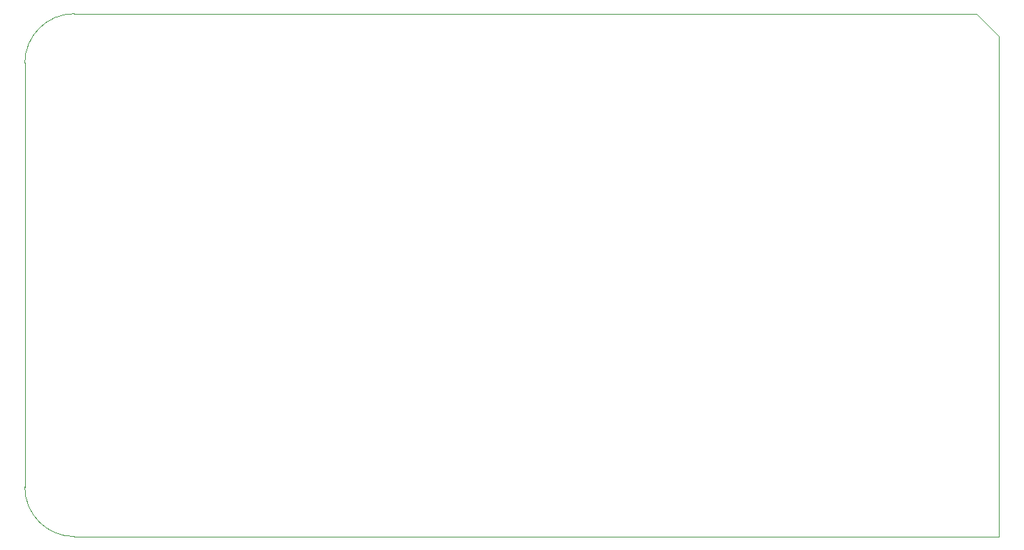
<source format=gbr>
%TF.GenerationSoftware,KiCad,Pcbnew,7.0.1*%
%TF.CreationDate,2023-08-16T19:58:43-04:00*%
%TF.ProjectId,DaughterBoard_UTAP,44617567-6874-4657-9242-6f6172645f55,rev?*%
%TF.SameCoordinates,Original*%
%TF.FileFunction,Profile,NP*%
%FSLAX46Y46*%
G04 Gerber Fmt 4.6, Leading zero omitted, Abs format (unit mm)*
G04 Created by KiCad (PCBNEW 7.0.1) date 2023-08-16 19:58:43*
%MOMM*%
%LPD*%
G01*
G04 APERTURE LIST*
%TA.AperFunction,Profile*%
%ADD10C,0.100000*%
%TD*%
G04 APERTURE END LIST*
D10*
X56000000Y-59500000D02*
X165500000Y-59500000D01*
X168250000Y-123000000D02*
X56000000Y-123000000D01*
X56000000Y-59500000D02*
G75*
G03*
X50000000Y-65500000I0J-6000000D01*
G01*
X50000000Y-117000000D02*
G75*
G03*
X56000000Y-123000000I6000000J0D01*
G01*
X168250000Y-62250000D02*
X168250000Y-123000000D01*
X50000000Y-117000000D02*
X50000000Y-65500000D01*
X165500000Y-59500000D02*
X168250000Y-62250000D01*
M02*

</source>
